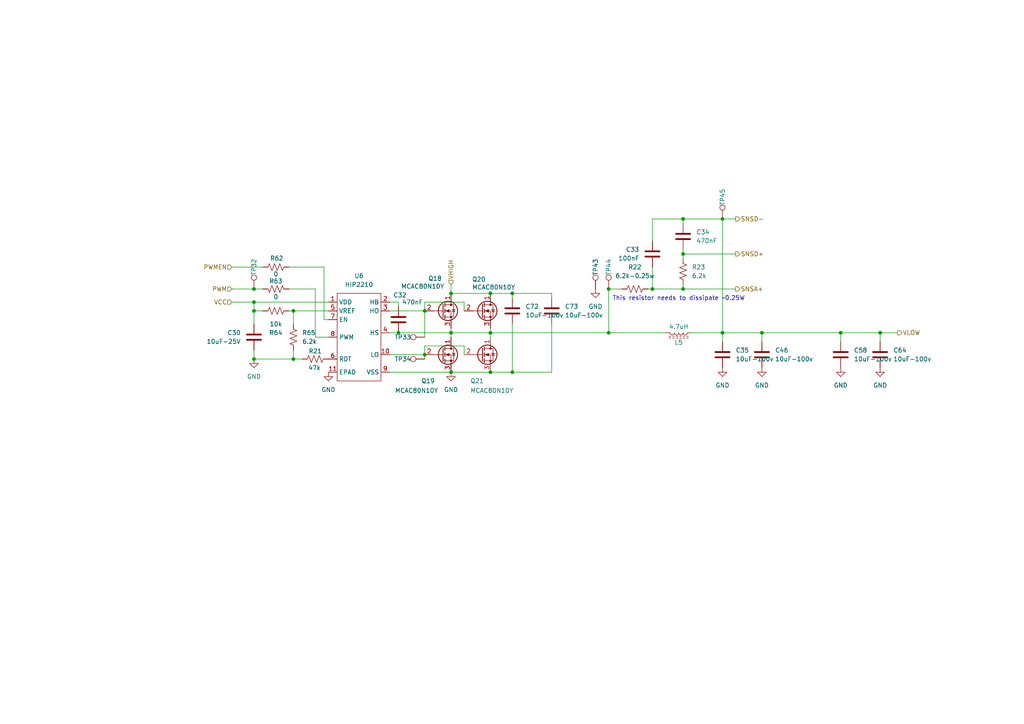
<source format=kicad_sch>
(kicad_sch (version 20231120) (generator "eeschema") (generator_version "8.0")
  (paper "A4")
  (lib_symbols
    (symbol "Connector:TestPoint" (pin_numbers hide) (pin_names (offset 0.762) hide)
      (property "Reference" "TP" (at 0 6.858 0))
      (property "Value" "TestPoint" (at 0 5.08 0))
      (symbol "TestPoint_0_1"
        (circle (center 0 3.302) (radius 0.762))
      )
      (symbol "TestPoint_1_1"
        (pin passive line (at 0 0 90) (length 2.54) (name "1") (number "1"))
      )
    )
    (symbol "Device:C" (pin_numbers hide) (pin_names (offset 0.254))
      (property "Reference" "C" (at 0.635 2.54 0))
      (property "Value" "C" (at 0.635 -2.54 0))
      (symbol "C_0_1"
        (polyline (pts (xy -2.032 -0.762) (xy 2.032 -0.762)) (stroke (width 0.508)))
        (polyline (pts (xy -2.032 0.762) (xy 2.032 0.762)) (stroke (width 0.508)))
      )
      (symbol "C_1_1"
        (pin passive line (at 0 3.81 270) (length 2.794) (name "~") (number "1"))
        (pin passive line (at 0 -3.81 90) (length 2.794) (name "~") (number "2"))
      )
    )
    (symbol "Device:L_Ferrite" (pin_numbers hide) (pin_names (offset 1.016) hide)
      (property "Reference" "L" (at -1.27 0 90))
      (property "Value" "L_Ferrite" (at 2.794 0 90))
      (symbol "L_Ferrite_0_1"
        (arc (start 0 -2.54) (mid 0.6323 -1.905) (end 0 -1.27))
        (arc (start 0 -1.27) (mid 0.6323 -0.635) (end 0 0))
        (polyline (pts (xy 1.016 -2.794) (xy 1.016 -2.286)))
        (polyline (pts (xy 1.016 -1.778) (xy 1.016 -1.27)))
        (polyline (pts (xy 1.016 -0.762) (xy 1.016 -0.254)))
        (polyline (pts (xy 1.016 0.254) (xy 1.016 0.762)))
        (polyline (pts (xy 1.016 1.27) (xy 1.016 1.778)))
        (polyline (pts (xy 1.016 2.286) (xy 1.016 2.794)))
        (polyline (pts (xy 1.524 -2.286) (xy 1.524 -2.794)))
        (polyline (pts (xy 1.524 -1.27) (xy 1.524 -1.778)))
        (polyline (pts (xy 1.524 -0.254) (xy 1.524 -0.762)))
        (polyline (pts (xy 1.524 0.762) (xy 1.524 0.254)))
        (polyline (pts (xy 1.524 1.778) (xy 1.524 1.27)))
        (polyline (pts (xy 1.524 2.794) (xy 1.524 2.286)))
        (arc (start 0 0) (mid 0.6323 0.635) (end 0 1.27))
        (arc (start 0 1.27) (mid 0.6323 1.905) (end 0 2.54))
      )
      (symbol "L_Ferrite_1_1"
        (pin passive line (at 0 3.81 270) (length 1.27) (name "1") (number "1"))
        (pin passive line (at 0 -3.81 90) (length 1.27) (name "2") (number "2"))
      )
    )
    (symbol "Device:R_US" (pin_numbers hide) (pin_names (offset 0))
      (property "Reference" "R" (at 2.54 0 90))
      (property "Value" "R_US" (at -2.54 0 90))
      (symbol "R_US_0_1"
        (polyline (pts (xy 0 -2.286) (xy 0 -2.54)))
        (polyline (pts (xy 0 2.286) (xy 0 2.54)))
        (polyline (pts (xy 0 -0.762) (xy 1.016 -1.143) (xy 0 -1.524) (xy -1.016 -1.905) (xy 0 -2.286)))
        (polyline (pts (xy 0 0.762) (xy 1.016 0.381) (xy 0 0) (xy -1.016 -0.381) (xy 0 -0.762)))
        (polyline (pts (xy 0 2.286) (xy 1.016 1.905) (xy 0 1.524) (xy -1.016 1.143) (xy 0 0.762)))
      )
      (symbol "R_US_1_1"
        (pin passive line (at 0 3.81 270) (length 1.27) (name "~") (number "1"))
        (pin passive line (at 0 -3.81 90) (length 1.27) (name "~") (number "2"))
      )
    )
    (symbol "GateDrivers:HIP2210"
      (property "Reference" "U?" (at -5.588 12.7 0))
      (property "Value" "HIP2210" (at 2.54 12.446 0))
      (symbol "HIP2210_0_1"
        (rectangle (start -6.35 11.43) (end 6.35 -13.97))
      )
      (symbol "HIP2210_1_1"
        (pin power_in line (at -8.89 8.89 0) (length 2.54) (name "VDD") (number "1"))
        (pin output line (at 8.89 -6.35 180) (length 2.54) (name "LO") (number "10"))
        (pin passive line (at -8.89 -11.43 0) (length 2.54) (name "EPAD") (number "11"))
        (pin output line (at 8.89 8.89 180) (length 2.54) (name "HB") (number "2"))
        (pin output line (at 8.89 6.35 180) (length 2.54) (name "HO") (number "3"))
        (pin input line (at 8.89 0 180) (length 2.54) (name "HS") (number "4"))
        (pin power_in line (at -8.89 6.35 0) (length 2.54) (name "VREF") (number "5"))
        (pin input line (at -8.89 -7.62 0) (length 2.54) (name "RDT") (number "6"))
        (pin input line (at -8.89 3.81 0) (length 2.54) (name "EN") (number "7"))
        (pin input line (at -8.89 -1.27 0) (length 2.54) (name "PWM") (number "8"))
        (pin input line (at 8.89 -11.43 180) (length 2.54) (name "VSS") (number "9"))
      )
    )
    (symbol "ProjectMosfets:MCAC80N10Y" (pin_names (offset 0) hide)
      (property "Reference" "Q" (at 5.08 1.27 0))
      (property "Value" "MCAC80N10Y" (at 5.08 -1.27 0))
      (symbol "MCAC80N10Y_0_1"
        (polyline (pts (xy 0.254 0) (xy -2.54 0)))
        (polyline (pts (xy 0.254 1.905) (xy 0.254 -1.905)) (stroke (width 0.254)))
        (polyline (pts (xy 0.762 -1.27) (xy 0.762 -2.286)) (stroke (width 0.254)))
        (polyline (pts (xy 0.762 0.508) (xy 0.762 -0.508)) (stroke (width 0.254)))
        (polyline (pts (xy 0.762 2.286) (xy 0.762 1.27)) (stroke (width 0.254)))
        (polyline (pts (xy 2.54 2.54) (xy 2.54 1.778)))
        (polyline (pts (xy 2.54 -2.54) (xy 2.54 0) (xy 0.762 0)))
        (polyline (pts (xy 0.762 -1.778) (xy 3.302 -1.778) (xy 3.302 1.778) (xy 0.762 1.778)))
        (polyline (pts (xy 1.016 0) (xy 2.032 0.381) (xy 2.032 -0.381) (xy 1.016 0)) (fill (type outline)))
        (polyline (pts (xy 2.794 0.508) (xy 2.921 0.381) (xy 3.683 0.381) (xy 3.81 0.254)))
        (polyline (pts (xy 3.302 0.381) (xy 2.921 -0.254) (xy 3.683 -0.254) (xy 3.302 0.381)))
        (circle (center 1.651 0) (radius 2.794) (stroke (width 0.254)))
        (circle (center 2.54 -1.778) (radius 0.254) (fill (type outline)))
        (circle (center 2.54 1.778) (radius 0.254) (fill (type outline)))
      )
      (symbol "MCAC80N10Y_1_1"
        (pin passive line (at 2.54 5.08 270) (length 2.54) (name "D") (number "1"))
        (pin input line (at -5.08 0 0) (length 2.54) (name "G") (number "2"))
        (pin passive line (at 2.54 -5.08 90) (length 2.54) (name "S") (number "3"))
      )
    )
    (symbol "power:GND" (power) (pin_names (offset 0))
      (property "Value" "GND" (at 0 -3.81 0))
      (symbol "GND_0_1"
        (polyline (pts (xy 0 0) (xy 0 -1.27) (xy 1.27 -1.27) (xy 0 -2.54) (xy -1.27 -1.27) (xy 0 -1.27)))
      )
      (symbol "GND_1_1"
        (pin power_in line (at 0 0 270) (length 0) hide (name "GND") (number "1"))
      )
    )
  )
  (junction (at 142.24 96.52))
  (junction (at 73.66 104.14))
  (junction (at 176.53 96.52))
  (junction (at 142.24 85.09))
  (junction (at 123.19 90.17))
  (junction (at 130.81 96.52))
  (junction (at 189.23 83.82))
  (junction (at 73.66 87.63))
  (junction (at 73.66 90.17))
  (junction (at 85.09 90.17))
  (junction (at 176.53 83.82))
  (junction (at 85.09 104.14))
  (junction (at 115.57 96.52))
  (junction (at 198.12 63.5))
  (junction (at 209.55 63.5))
  (junction (at 130.81 85.09))
  (junction (at 148.59 85.09))
  (junction (at 243.84 96.52))
  (junction (at 148.59 107.95))
  (junction (at 198.12 83.82))
  (junction (at 130.81 107.95))
  (junction (at 220.98 96.52))
  (junction (at 73.66 83.82))
  (junction (at 123.19 102.87))
  (junction (at 255.27 96.52))
  (junction (at 209.55 96.52))
  (junction (at 142.24 107.95))
  (junction (at 198.12 73.66))
  (wire (pts (xy 73.66 87.63) (xy 95.25 87.63)))
  (wire (pts (xy 91.44 97.79) (xy 95.25 97.79)))
  (wire (pts (xy 93.98 92.71) (xy 93.98 77.47)))
  (wire (pts (xy 67.31 87.63) (xy 73.66 87.63)))
  (wire (pts (xy 220.98 96.52) (xy 220.98 99.06)))
  (wire (pts (xy 209.55 63.5) (xy 209.55 96.52)))
  (wire (pts (xy 142.24 95.25) (xy 142.24 96.52)))
  (wire (pts (xy 123.19 102.87) (xy 123.19 104.14)))
  (wire (pts (xy 255.27 96.52) (xy 260.35 96.52)))
  (wire (pts (xy 160.02 93.98) (xy 160.02 107.95)))
  (wire (pts (xy 130.81 85.09) (xy 142.24 85.09)))
  (wire (pts (xy 95.25 92.71) (xy 93.98 92.71)))
  (wire (pts (xy 198.12 63.5) (xy 198.12 64.77)))
  (wire (pts (xy 189.23 83.82) (xy 198.12 83.82)))
  (wire (pts (xy 115.57 96.52) (xy 130.81 96.52)))
  (wire (pts (xy 115.57 87.63) (xy 115.57 88.9)))
  (wire (pts (xy 83.82 90.17) (xy 85.09 90.17)))
  (wire (pts (xy 198.12 83.82) (xy 213.36 83.82)))
  (wire (pts (xy 209.55 63.5) (xy 198.12 63.5)))
  (wire (pts (xy 243.84 96.52) (xy 243.84 99.06)))
  (wire (pts (xy 130.81 96.52) (xy 130.81 97.79)))
  (wire (pts (xy 130.81 107.95) (xy 142.24 107.95)))
  (wire (pts (xy 180.34 83.82) (xy 176.53 83.82)))
  (wire (pts (xy 113.03 96.52) (xy 115.57 96.52)))
  (wire (pts (xy 148.59 107.95) (xy 142.24 107.95)))
  (wire (pts (xy 113.03 102.87) (xy 123.19 102.87)))
  (wire (pts (xy 134.62 90.17) (xy 134.62 87.63)))
  (wire (pts (xy 67.31 77.47) (xy 76.2 77.47)))
  (wire (pts (xy 220.98 96.52) (xy 243.84 96.52)))
  (wire (pts (xy 255.27 96.52) (xy 255.27 99.06)))
  (wire (pts (xy 160.02 85.09) (xy 148.59 85.09)))
  (wire (pts (xy 134.62 102.87) (xy 134.62 100.33)))
  (wire (pts (xy 93.98 77.47) (xy 83.82 77.47)))
  (wire (pts (xy 85.09 90.17) (xy 85.09 93.98)))
  (wire (pts (xy 134.62 87.63) (xy 123.19 87.63)))
  (wire (pts (xy 73.66 90.17) (xy 76.2 90.17)))
  (wire (pts (xy 85.09 104.14) (xy 87.63 104.14)))
  (wire (pts (xy 83.82 83.82) (xy 91.44 83.82)))
  (wire (pts (xy 148.59 86.36) (xy 148.59 85.09)))
  (wire (pts (xy 176.53 83.82) (xy 176.53 96.52)))
  (wire (pts (xy 73.66 101.6) (xy 73.66 104.14)))
  (wire (pts (xy 142.24 96.52) (xy 142.24 97.79)))
  (wire (pts (xy 130.81 95.25) (xy 130.81 96.52)))
  (wire (pts (xy 113.03 107.95) (xy 130.81 107.95)))
  (wire (pts (xy 189.23 77.47) (xy 189.23 83.82)))
  (wire (pts (xy 189.23 63.5) (xy 189.23 69.85)))
  (wire (pts (xy 67.31 83.82) (xy 73.66 83.82)))
  (wire (pts (xy 73.66 104.14) (xy 85.09 104.14)))
  (wire (pts (xy 209.55 96.52) (xy 209.55 99.06)))
  (wire (pts (xy 91.44 83.82) (xy 91.44 97.79)))
  (wire (pts (xy 73.66 90.17) (xy 73.66 93.98)))
  (wire (pts (xy 198.12 63.5) (xy 189.23 63.5)))
  (wire (pts (xy 130.81 82.55) (xy 130.81 85.09)))
  (wire (pts (xy 73.66 87.63) (xy 73.66 90.17)))
  (wire (pts (xy 73.66 83.82) (xy 76.2 83.82)))
  (wire (pts (xy 123.19 90.17) (xy 123.19 97.79)))
  (wire (pts (xy 176.53 96.52) (xy 193.04 96.52)))
  (wire (pts (xy 148.59 93.98) (xy 148.59 107.95)))
  (wire (pts (xy 198.12 82.55) (xy 198.12 83.82)))
  (wire (pts (xy 123.19 87.63) (xy 123.19 90.17)))
  (wire (pts (xy 243.84 96.52) (xy 255.27 96.52)))
  (wire (pts (xy 123.19 100.33) (xy 123.19 102.87)))
  (wire (pts (xy 160.02 107.95) (xy 148.59 107.95)))
  (wire (pts (xy 160.02 86.36) (xy 160.02 85.09)))
  (wire (pts (xy 209.55 96.52) (xy 220.98 96.52)))
  (wire (pts (xy 213.36 63.5) (xy 209.55 63.5)))
  (wire (pts (xy 200.66 96.52) (xy 209.55 96.52)))
  (wire (pts (xy 142.24 96.52) (xy 176.53 96.52)))
  (wire (pts (xy 130.81 96.52) (xy 142.24 96.52)))
  (wire (pts (xy 198.12 73.66) (xy 198.12 74.93)))
  (wire (pts (xy 148.59 85.09) (xy 142.24 85.09)))
  (wire (pts (xy 187.96 83.82) (xy 189.23 83.82)))
  (wire (pts (xy 198.12 73.66) (xy 213.36 73.66)))
  (wire (pts (xy 113.03 87.63) (xy 115.57 87.63)))
  (wire (pts (xy 85.09 101.6) (xy 85.09 104.14)))
  (wire (pts (xy 85.09 90.17) (xy 95.25 90.17)))
  (wire (pts (xy 113.03 90.17) (xy 123.19 90.17)))
  (wire (pts (xy 198.12 72.39) (xy 198.12 73.66)))
  (wire (pts (xy 134.62 100.33) (xy 123.19 100.33)))
  (text "This resistor needs to dissipate ~0.25W" (at 196.85 86.614 0) (effects (font (size 1.27 1.27))))
  (hierarchical_label "VCC" (shape input) (at 67.31 87.63 180))
  (hierarchical_label "PWM" (shape input) (at 67.31 83.82 180))
  (hierarchical_label "SNSA+" (shape output) (at 213.36 83.82 0))
  (hierarchical_label "SNSD-" (shape output) (at 213.36 63.5 0))
  (hierarchical_label "SNSD+" (shape output) (at 213.36 73.66 0))
  (hierarchical_label "PWMEN" (shape input) (at 67.31 77.47 180))
  (hierarchical_label "VLOW" (shape output) (at 260.35 96.52 0))
  (hierarchical_label "VHIGH" (shape input) (at 130.81 82.55 90))
  (symbol (lib_id "power:GND") (at 172.72 83.82 0) (unit 1)
    (property "Reference" "#PWR0137" (effects (hide yes)))
    (property "Value" "GND" (at 172.72 88.9 0))
    (property "Description" "Power symbol creates a global label with name \"GND\" , ground" (effects (hide yes)))
  )
  (symbol (lib_id "Device:R_US") (at 91.44 104.14 90) (unit 1)
    (property "Reference" "R21" (at 91.44 101.854 90))
    (property "Value" "47k" (at 91.186 106.68 90))
    (property "Footprint" "Resistor_SMD:R_0603_1608Metric" (effects (hide yes)))
    (property "Description" "Resistor, US symbol" (effects (hide yes)))
    (property "Digikey" "N/A" (effects (hide yes)))
    (property "LCSC" "C21189" (effects (hide yes)))
  )
  (symbol (lib_id "Device:C") (at 189.23 73.66 0) (mirror y) (unit 1)
    (property "Reference" "C33" (at 185.42 72.3899 0) (effects (justify left)))
    (property "Value" "100nF" (at 185.42 74.9299 0) (effects (justify left)))
    (property "Footprint" "Capacitor_SMD:C_0603_1608Metric" (effects (hide yes)))
    (property "Description" "Unpolarized capacitor" (effects (hide yes)))
    (property "LCSC" "C14663" (effects (hide yes)))
    (property "Digikey" "N/A" (effects (hide yes)))
  )
  (symbol (lib_id "Connector:TestPoint") (at 172.72 83.82 0) (unit 1)
    (property "Reference" "TP43" (at 172.72 77.47 90))
    (property "Value" "TestPoint" (effects (hide yes)))
    (property "Footprint" "TestPoint:TestPoint_Pad_D1.0mm" (effects (hide yes)))
    (property "Description" "test point" (effects (hide yes)))
    (property "LCSC" "N/A" (effects (hide yes)))
  )
  (symbol (lib_id "Device:L_Ferrite") (at 196.85 96.52 270) (unit 1)
    (property "Reference" "L5" (at 196.85 99.314 90))
    (property "Value" "4.7uH" (at 196.85 94.742 90))
    (property "Footprint" "Inductors:Bournes_L_PQ2614BLA" (effects (hide yes)))
    (property "Description" "Inductor with ferrite core" (effects (hide yes)))
    (property "Digikey" "PQ2614BLA-3R3K-ND" (effects (hide yes)))
    (property "LCSC" "N/A" (effects (hide yes)))
  )
  (symbol (lib_id "Device:C") (at 73.66 97.79 0) (mirror y) (unit 1)
    (property "Reference" "C30" (at 69.85 96.5199 0) (effects (justify left)))
    (property "Value" "10uF-25V" (at 69.85 99.0599 0) (effects (justify left)))
    (property "Footprint" "Capacitor_SMD:C_0603_1608Metric" (effects (hide yes)))
    (property "Description" "Unpolarized capacitor" (effects (hide yes)))
    (property "Digikey" "N/A" (effects (hide yes)))
    (property "LCSC" "C96446" (effects (hide yes)))
  )
  (symbol (lib_id "power:GND") (at 220.98 106.68 0) (unit 1)
    (property "Reference" "#PWR072" (effects (hide yes)))
    (property "Value" "GND" (at 220.98 111.76 0))
    (property "Description" "Power symbol creates a global label with name \"GND\" , ground" (effects (hide yes)))
  )
  (symbol (lib_id "Device:R_US") (at 85.09 97.79 0) (unit 1)
    (property "Reference" "R65" (at 87.63 96.5199 0) (effects (justify left)))
    (property "Value" "6.2k" (at 87.63 99.0599 0) (effects (justify left)))
    (property "Footprint" "Resistor_SMD:R_0603_1608Metric" (effects (hide yes)))
    (property "Description" "Resistor, US symbol" (effects (hide yes)))
    (property "Digikey" "N/A" (effects (hide yes)))
    (property "LCSC" "C4260" (effects (hide yes)))
  )
  (symbol (lib_id "power:GND") (at 95.25 107.95 0) (unit 1)
    (property "Reference" "#PWR061" (effects (hide yes)))
    (property "Value" "GND" (at 95.25 113.03 0))
    (property "Description" "Power symbol creates a global label with name \"GND\" , ground" (effects (hide yes)))
  )
  (symbol (lib_id "Connector:TestPoint") (at 123.19 97.79 90) (unit 1)
    (property "Reference" "TP33" (at 116.84 97.79 90))
    (property "Value" "TestPoint" (effects (hide yes)))
    (property "Footprint" "TestPoint:TestPoint_Pad_D1.0mm" (effects (hide yes)))
    (property "Description" "test point" (effects (hide yes)))
    (property "LCSC" "N/A" (effects (hide yes)))
  )
  (symbol (lib_id "power:GND") (at 255.27 106.68 0) (unit 1)
    (property "Reference" "#PWR090" (effects (hide yes)))
    (property "Value" "GND" (at 255.27 111.76 0))
    (property "Description" "Power symbol creates a global label with name \"GND\" , ground" (effects (hide yes)))
  )
  (symbol (lib_id "Device:R_US") (at 198.12 78.74 0) (unit 1)
    (property "Reference" "R23" (at 200.66 77.4699 0) (effects (justify left)))
    (property "Value" "6.2k" (at 200.66 80.0099 0) (effects (justify left)))
    (property "Footprint" "Resistor_SMD:R_0603_1608Metric" (effects (hide yes)))
    (property "Description" "Resistor, US symbol" (effects (hide yes)))
    (property "Digikey" "N/A" (effects (hide yes)))
    (property "LCSC" "C4260" (effects (hide yes)))
  )
  (symbol (lib_id "ProjectMosfets:MCAC80N10Y") (at 128.27 102.87 0) (unit 1)
    (property "Reference" "Q19" (at 122.174 110.49 0) (effects (justify left)))
    (property "Value" "MCAC80N10Y" (at 114.554 113.284 0) (effects (justify left)))
    (property "Footprint" "Mosfets:TRANS_BSC076N06NS3-G" (effects (hide yes)))
    (property "Datasheet" "https://www.mccsemi.com/pdf/Products/MCAC80N10Y(DFN5060).pdf" (effects (hide yes)))
    (property "Description" "N-MOSFET transistor, drain/gate/source" (effects (hide yes)))
    (property "Digikey" "353-MCAC80N10Y-TPCT-ND" (effects (hide yes)))
    (property "LCSC" "N/A" (effects (hide yes)))
    (property "DigiKey" "353-MCAC80N10Y-TPCT-ND" (effects (hide yes)))
  )
  (symbol (lib_id "Device:C") (at 220.98 102.87 0) (unit 1)
    (property "Reference" "C46" (at 224.79 101.5999 0) (effects (justify left)))
    (property "Value" "10uF-100v" (at 224.79 104.1399 0) (effects (justify left)))
    (property "Footprint" "Capacitor_SMD:C_1210_3225Metric_Pad1.33x2.70mm_HandSolder" (effects (hide yes)))
    (property "Description" "Unpolarized capacitor" (effects (hide yes)))
    (property "Digikey" "445-CGA6P1X7R1N106M250ACCT-ND" (effects (hide yes)))
    (property "LCSC" "C576517" (effects (hide yes)))
  )
  (symbol (lib_id "ProjectMosfets:MCAC80N10Y") (at 128.27 90.17 0) (unit 1)
    (property "Reference" "Q18" (at 124.206 80.772 0) (effects (justify left)))
    (property "Value" "MCAC80N10Y" (at 116.332 83.058 0) (effects (justify left)))
    (property "Footprint" "Mosfets:TRANS_BSC076N06NS3-G" (effects (hide yes)))
    (property "Datasheet" "https://www.mccsemi.com/pdf/Products/MCAC80N10Y(DFN5060).pdf" (effects (hide yes)))
    (property "Description" "N-MOSFET transistor, drain/gate/source" (effects (hide yes)))
    (property "Digikey" "353-MCAC80N10Y-TPCT-ND" (effects (hide yes)))
    (property "LCSC" "N/A" (effects (hide yes)))
    (property "DigiKey" "353-MCAC80N10Y-TPCT-ND" (effects (hide yes)))
  )
  (symbol (lib_id "Device:C") (at 209.55 102.87 0) (unit 1)
    (property "Reference" "C35" (at 213.36 101.5999 0) (effects (justify left)))
    (property "Value" "10uF-100v" (at 213.36 104.1399 0) (effects (justify left)))
    (property "Footprint" "Capacitor_SMD:C_1210_3225Metric_Pad1.33x2.70mm_HandSolder" (effects (hide yes)))
    (property "Description" "Unpolarized capacitor" (effects (hide yes)))
    (property "Digikey" "445-CGA6P1X7R1N106M250ACCT-ND" (effects (hide yes)))
    (property "LCSC" "C576517" (effects (hide yes)))
  )
  (symbol (lib_id "Device:C") (at 115.57 92.71 0) (unit 1)
    (property "Reference" "C32" (at 114.046 85.598 0) (effects (justify left)))
    (property "Value" "470nF" (at 116.586 87.63 0) (effects (justify left)))
    (property "Footprint" "Capacitor_SMD:C_0603_1608Metric" (effects (hide yes)))
    (property "Description" "Unpolarized capacitor" (effects (hide yes)))
    (property "Digikey" "N/A" (effects (hide yes)))
    (property "LCSC" "C1623" (effects (hide yes)))
  )
  (symbol (lib_id "Device:C") (at 160.02 90.17 0) (unit 1)
    (property "Reference" "C73" (at 163.83 88.8999 0) (effects (justify left)))
    (property "Value" "10uF-100v" (at 163.83 91.4399 0) (effects (justify left)))
    (property "Footprint" "Capacitor_SMD:C_1210_3225Metric_Pad1.33x2.70mm_HandSolder" (effects (hide yes)))
    (property "Description" "Unpolarized capacitor" (effects (hide yes)))
    (property "Digikey" "445-CGA6P1X7R1N106M250ACCT-ND" (effects (hide yes)))
    (property "LCSC" "C576517" (effects (hide yes)))
  )
  (symbol (lib_id "power:GND") (at 243.84 106.68 0) (unit 1)
    (property "Reference" "#PWR084" (effects (hide yes)))
    (property "Value" "GND" (at 243.84 111.76 0))
    (property "Description" "Power symbol creates a global label with name \"GND\" , ground" (effects (hide yes)))
  )
  (symbol (lib_id "Connector:TestPoint") (at 73.66 83.82 0) (unit 1)
    (property "Reference" "TP32" (at 73.66 77.47 90))
    (property "Value" "TestPoint" (effects (hide yes)))
    (property "Footprint" "TestPoint:TestPoint_Pad_D1.0mm" (effects (hide yes)))
    (property "Description" "test point" (effects (hide yes)))
    (property "LCSC" "N/A" (effects (hide yes)))
  )
  (symbol (lib_id "Device:R_US") (at 80.01 77.47 270) (unit 1)
    (property "Reference" "R62" (at 80.264 74.93 90))
    (property "Value" "0" (at 80.01 79.502 90))
    (property "Footprint" "Resistor_SMD:R_0603_1608Metric" (effects (hide yes)))
    (property "Description" "Resistor, US symbol" (effects (hide yes)))
    (property "Digikey" "N/A" (effects (hide yes)))
    (property "LCSC" "C21189" (effects (hide yes)))
  )
  (symbol (lib_id "Device:C") (at 198.12 68.58 0) (unit 1)
    (property "Reference" "C34" (at 201.93 67.3099 0) (effects (justify left)))
    (property "Value" "470nF" (at 201.93 69.8499 0) (effects (justify left)))
    (property "Footprint" "Capacitor_SMD:C_0603_1608Metric" (effects (hide yes)))
    (property "Description" "Unpolarized capacitor" (effects (hide yes)))
    (property "Digikey" "N/A" (effects (hide yes)))
    (property "LCSC" "C1623" (effects (hide yes)))
  )
  (symbol (lib_id "Connector:TestPoint") (at 209.55 63.5 0) (unit 1)
    (property "Reference" "TP45" (at 209.55 57.15 90))
    (property "Value" "TestPoint" (effects (hide yes)))
    (property "Footprint" "TestPoint:TestPoint_Pad_D1.0mm" (effects (hide yes)))
    (property "Description" "test point" (effects (hide yes)))
    (property "LCSC" "N/A" (effects (hide yes)))
  )
  (symbol (lib_id "power:GND") (at 209.55 106.68 0) (unit 1)
    (property "Reference" "#PWR063" (effects (hide yes)))
    (property "Value" "GND" (at 209.55 111.76 0))
    (property "Description" "Power symbol creates a global label with name \"GND\" , ground" (effects (hide yes)))
  )
  (symbol (lib_id "ProjectMosfets:MCAC80N10Y") (at 139.7 90.17 0) (unit 1)
    (property "Reference" "Q20" (at 136.906 81.026 0) (effects (justify left)))
    (property "Value" "MCAC80N10Y" (at 136.906 83.312 0) (effects (justify left)))
    (property "Footprint" "Mosfets:TRANS_BSC076N06NS3-G" (effects (hide yes)))
    (property "Datasheet" "https://www.mccsemi.com/pdf/Products/MCAC80N10Y(DFN5060).pdf" (effects (hide yes)))
    (property "Description" "N-MOSFET transistor, drain/gate/source" (effects (hide yes)))
    (property "Digikey" "353-MCAC80N10Y-TPCT-ND" (effects (hide yes)))
    (property "LCSC" "N/A" (effects (hide yes)))
    (property "DigiKey" "353-MCAC80N10Y-TPCT-ND" (effects (hide yes)))
  )
  (symbol (lib_id "Device:R_US") (at 184.15 83.82 90) (unit 1)
    (property "Reference" "R22" (at 184.15 77.47 90))
    (property "Value" "6.2k-0.25w" (at 184.15 80.01 90))
    (property "Footprint" "Resistor_SMD:R_1206_3216Metric_Pad1.30x1.75mm_HandSolder" (effects (hide yes)))
    (property "Description" "Resistor, US symbol" (effects (hide yes)))
    (property "Digikey" "311-6.20KFRCT-ND" (effects (hide yes)))
    (property "LCSC" "C3017007" (effects (hide yes)))
  )
  (symbol (lib_id "ProjectMosfets:MCAC80N10Y") (at 139.7 102.87 0) (unit 1)
    (property "Reference" "Q21" (at 136.398 110.49 0) (effects (justify left)))
    (property "Value" "MCAC80N10Y" (at 136.398 113.284 0) (effects (justify left)))
    (property "Footprint" "Mosfets:TRANS_BSC076N06NS3-G" (effects (hide yes)))
    (property "Datasheet" "https://www.mccsemi.com/pdf/Products/MCAC80N10Y(DFN5060).pdf" (effects (hide yes)))
    (property "Description" "N-MOSFET transistor, drain/gate/source" (effects (hide yes)))
    (property "Digikey" "353-MCAC80N10Y-TPCT-ND" (effects (hide yes)))
    (property "LCSC" "N/A" (effects (hide yes)))
    (property "DigiKey" "353-MCAC80N10Y-TPCT-ND" (effects (hide yes)))
  )
  (symbol (lib_id "Device:C") (at 243.84 102.87 0) (unit 1)
    (property "Reference" "C58" (at 247.65 101.5999 0) (effects (justify left)))
    (property "Value" "10uF-100v" (at 247.65 104.1399 0) (effects (justify left)))
    (property "Footprint" "Capacitor_SMD:C_1210_3225Metric_Pad1.33x2.70mm_HandSolder" (effects (hide yes)))
    (property "Description" "Unpolarized capacitor" (effects (hide yes)))
    (property "Digikey" "445-CGA6P1X7R1N106M250ACCT-ND" (effects (hide yes)))
    (property "LCSC" "C576517" (effects (hide yes)))
  )
  (symbol (lib_id "power:GND") (at 73.66 104.14 0) (unit 1)
    (property "Reference" "#PWR060" (effects (hide yes)))
    (property "Value" "GND" (at 73.66 109.22 0))
    (property "Description" "Power symbol creates a global label with name \"GND\" , ground" (effects (hide yes)))
  )
  (symbol (lib_id "power:GND") (at 130.81 107.95 0) (unit 1)
    (property "Reference" "#PWR062" (effects (hide yes)))
    (property "Value" "GND" (at 130.81 113.03 0))
    (property "Description" "Power symbol creates a global label with name \"GND\" , ground" (effects (hide yes)))
  )
  (symbol (lib_id "Connector:TestPoint") (at 176.53 83.82 0) (unit 1)
    (property "Reference" "TP44" (at 176.53 77.47 90))
    (property "Value" "TestPoint" (effects (hide yes)))
    (property "Footprint" "TestPoint:TestPoint_Pad_D1.0mm" (effects (hide yes)))
    (property "Description" "test point" (effects (hide yes)))
    (property "LCSC" "N/A" (effects (hide yes)))
  )
  (symbol (lib_id "Device:C") (at 255.27 102.87 0) (unit 1)
    (property "Reference" "C64" (at 259.08 101.5999 0) (effects (justify left)))
    (property "Value" "10uF-100v" (at 259.08 104.1399 0) (effects (justify left)))
    (property "Footprint" "Capacitor_SMD:C_1210_3225Metric_Pad1.33x2.70mm_HandSolder" (effects (hide yes)))
    (property "Description" "Unpolarized capacitor" (effects (hide yes)))
    (property "Digikey" "445-CGA6P1X7R1N106M250ACCT-ND" (effects (hide yes)))
    (property "LCSC" "C576517" (effects (hide yes)))
  )
  (symbol (lib_id "Connector:TestPoint") (at 123.19 104.14 90) (unit 1)
    (property "Reference" "TP34" (at 116.84 104.14 90))
    (property "Value" "TestPoint" (effects (hide yes)))
    (property "Footprint" "TestPoint:TestPoint_Pad_D1.0mm" (effects (hide yes)))
    (property "Description" "test point" (effects (hide yes)))
    (property "LCSC" "N/A" (effects (hide yes)))
  )
  (symbol (lib_id "GateDrivers:HIP2210") (at 104.14 96.52 0) (unit 1)
    (property "Reference" "U6" (at 104.14 80.01 0))
    (property "Value" "HIP2210" (at 104.14 82.55 0))
    (property "Footprint" "DFN:TDFN-10-1EP_4x4mm_P0.8mm_EP2.6x3mm" (effects (hide yes)))
    (property "Datasheet" "https://www.renesas.com/us/en/document/dst/hip2210-hip2211-datasheet?r=1320376" (effects (hide yes)))
    (property "Digikey" "20-HIP2210FRTZ-TCT-ND" (effects (hide yes)))
    (property "LCSC" "N/A" (effects (hide yes)))
  )
  (symbol (lib_id "Device:C") (at 148.59 90.17 0) (unit 1)
    (property "Reference" "C72" (at 152.4 88.8999 0) (effects (justify left)))
    (property "Value" "10uF-100v" (at 152.4 91.4399 0) (effects (justify left)))
    (property "Footprint" "Capacitor_SMD:C_1210_3225Metric_Pad1.33x2.70mm_HandSolder" (effects (hide yes)))
    (property "Description" "Unpolarized capacitor" (effects (hide yes)))
    (property "Digikey" "445-CGA6P1X7R1N106M250ACCT-ND" (effects (hide yes)))
    (property "LCSC" "C576517" (effects (hide yes)))
  )
  (symbol (lib_id "Device:R_US") (at 80.01 90.17 90) (unit 1)
    (property "Reference" "R64" (at 80.01 96.52 90))
    (property "Value" "10k" (at 80.01 93.98 90))
    (property "Footprint" "Resistor_SMD:R_0603_1608Metric" (effects (hide yes)))
    (property "Description" "Resistor, US symbol" (effects (hide yes)))
    (property "LCSC" "C25804" (effects (hide yes)))
    (property "Digikey" "N/A" (effects (hide yes)))
  )
  (symbol (lib_id "Device:R_US") (at 80.01 83.82 270) (mirror x) (unit 1)
    (property "Reference" "R63" (at 80.01 81.534 90))
    (property "Value" "0" (at 80.01 86.106 90))
    (property "Footprint" "Resistor_SMD:R_0603_1608Metric" (effects (hide yes)))
    (property "Description" "Resistor, US symbol" (effects (hide yes)))
    (property "Digikey" "N/A" (effects (hide yes)))
    (property "LCSC" "C21189" (effects (hide yes)))
  )
)
</source>
